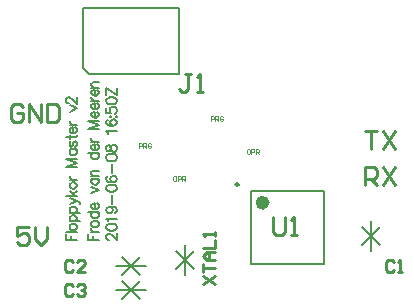
<source format=gto>
G04*
G04 #@! TF.GenerationSoftware,Altium Limited,Altium Designer,18.1.9 (240)*
G04*
G04 Layer_Color=65535*
%FSLAX25Y25*%
%MOIN*%
G70*
G01*
G75*
%ADD10C,0.02362*%
%ADD11C,0.00984*%
%ADD12C,0.00787*%
%ADD13C,0.00400*%
%ADD14C,0.01000*%
D10*
X86913Y39268D02*
G03*
X86913Y39268I-1181J0D01*
G01*
D11*
X77760Y45272D02*
G03*
X77760Y45272I-492J0D01*
G01*
D12*
X122000Y23000D02*
Y33000D01*
X119000Y31000D02*
X125000Y25000D01*
X119000D02*
X125000Y31000D01*
X37000Y18000D02*
X47000D01*
X39000Y15000D02*
X45000Y21000D01*
X39000D02*
X45000Y15000D01*
X37000Y10000D02*
X47000D01*
X39000Y7000D02*
X45000Y13000D01*
X39000D02*
X45000Y7000D01*
X60000Y15000D02*
Y25000D01*
X57000Y23000D02*
X63000Y17000D01*
X57000D02*
X63000Y23000D01*
X81795Y18795D02*
X106205D01*
X81795Y43205D02*
X106205D01*
Y18795D02*
Y43205D01*
X81795Y18795D02*
Y43205D01*
X26000Y84000D02*
X28000Y82000D01*
X58000D01*
Y104000D01*
X26000D02*
X58000D01*
X26000Y84000D02*
Y104000D01*
X20208Y26787D02*
X23750D01*
X20208D02*
Y28980D01*
X21894Y26787D02*
Y28137D01*
X20208Y29385D02*
X23750D01*
X21388Y30971D02*
X21557Y30634D01*
X21894Y30296D01*
X22401Y30128D01*
X22738D01*
X23244Y30296D01*
X23581Y30634D01*
X23750Y30971D01*
Y31477D01*
X23581Y31814D01*
X23244Y32152D01*
X22738Y32320D01*
X22401D01*
X21894Y32152D01*
X21557Y31814D01*
X21388Y31477D01*
Y30971D01*
Y33097D02*
X24931D01*
X21894D02*
X21557Y33434D01*
X21388Y33771D01*
Y34277D01*
X21557Y34615D01*
X21894Y34952D01*
X22401Y35121D01*
X22738D01*
X23244Y34952D01*
X23581Y34615D01*
X23750Y34277D01*
Y33771D01*
X23581Y33434D01*
X23244Y33097D01*
X21388Y35880D02*
X24931D01*
X21894D02*
X21557Y36217D01*
X21388Y36555D01*
Y37061D01*
X21557Y37398D01*
X21894Y37736D01*
X22401Y37904D01*
X22738D01*
X23244Y37736D01*
X23581Y37398D01*
X23750Y37061D01*
Y36555D01*
X23581Y36217D01*
X23244Y35880D01*
X21388Y38832D02*
X23750Y39844D01*
X21388Y40856D02*
X23750Y39844D01*
X24425Y39507D01*
X24762Y39169D01*
X24931Y38832D01*
Y38663D01*
X20208Y41447D02*
X23750D01*
X21388Y43134D02*
X23075Y41447D01*
X22401Y42122D02*
X23750Y43302D01*
X21388Y44703D02*
X21557Y44365D01*
X21894Y44028D01*
X22401Y43859D01*
X22738D01*
X23244Y44028D01*
X23581Y44365D01*
X23750Y44703D01*
Y45209D01*
X23581Y45546D01*
X23244Y45883D01*
X22738Y46052D01*
X22401D01*
X21894Y45883D01*
X21557Y45546D01*
X21388Y45209D01*
Y44703D01*
Y46828D02*
X23750D01*
X22401D02*
X21894Y46997D01*
X21557Y47334D01*
X21388Y47672D01*
Y48178D01*
X20208Y51282D02*
X23750D01*
X20208D02*
X23750Y52631D01*
X20208Y53981D02*
X23750Y52631D01*
X20208Y53981D02*
X23750D01*
X21388Y57017D02*
X23750D01*
X21894D02*
X21557Y56680D01*
X21388Y56342D01*
Y55836D01*
X21557Y55499D01*
X21894Y55161D01*
X22401Y54993D01*
X22738D01*
X23244Y55161D01*
X23581Y55499D01*
X23750Y55836D01*
Y56342D01*
X23581Y56680D01*
X23244Y57017D01*
X21894Y59817D02*
X21557Y59649D01*
X21388Y59143D01*
Y58637D01*
X21557Y58131D01*
X21894Y57962D01*
X22232Y58131D01*
X22401Y58468D01*
X22569Y59311D01*
X22738Y59649D01*
X23075Y59817D01*
X23244D01*
X23581Y59649D01*
X23750Y59143D01*
Y58637D01*
X23581Y58131D01*
X23244Y57962D01*
X20208Y61066D02*
X23075D01*
X23581Y61234D01*
X23750Y61572D01*
Y61909D01*
X21388Y60560D02*
Y61740D01*
X22401Y62415D02*
Y64440D01*
X22063D01*
X21726Y64271D01*
X21557Y64102D01*
X21388Y63765D01*
Y63259D01*
X21557Y62921D01*
X21894Y62584D01*
X22401Y62415D01*
X22738D01*
X23244Y62584D01*
X23581Y62921D01*
X23750Y63259D01*
Y63765D01*
X23581Y64102D01*
X23244Y64440D01*
X21388Y65199D02*
X23750D01*
X22401D02*
X21894Y65367D01*
X21557Y65705D01*
X21388Y66042D01*
Y66548D01*
Y69652D02*
X23750Y70664D01*
X21388Y71676D02*
X23750Y70664D01*
X21051Y72419D02*
X20882D01*
X20545Y72588D01*
X20376Y72756D01*
X20208Y73094D01*
Y73768D01*
X20376Y74106D01*
X20545Y74274D01*
X20882Y74443D01*
X21220D01*
X21557Y74274D01*
X22063Y73937D01*
X23750Y72250D01*
Y74612D01*
X27529Y26787D02*
X31072D01*
X27529D02*
Y28980D01*
X29216Y26787D02*
Y28137D01*
X28710Y29385D02*
X31072D01*
X29722D02*
X29216Y29554D01*
X28879Y29891D01*
X28710Y30229D01*
Y30735D01*
Y31899D02*
X28879Y31561D01*
X29216Y31224D01*
X29722Y31055D01*
X30060D01*
X30566Y31224D01*
X30903Y31561D01*
X31072Y31899D01*
Y32405D01*
X30903Y32742D01*
X30566Y33080D01*
X30060Y33248D01*
X29722D01*
X29216Y33080D01*
X28879Y32742D01*
X28710Y32405D01*
Y31899D01*
X27529Y36049D02*
X31072D01*
X29216D02*
X28879Y35711D01*
X28710Y35374D01*
Y34868D01*
X28879Y34530D01*
X29216Y34193D01*
X29722Y34024D01*
X30060D01*
X30566Y34193D01*
X30903Y34530D01*
X31072Y34868D01*
Y35374D01*
X30903Y35711D01*
X30566Y36049D01*
X29722Y36993D02*
Y39018D01*
X29385D01*
X29048Y38849D01*
X28879Y38680D01*
X28710Y38343D01*
Y37837D01*
X28879Y37499D01*
X29216Y37162D01*
X29722Y36993D01*
X30060D01*
X30566Y37162D01*
X30903Y37499D01*
X31072Y37837D01*
Y38343D01*
X30903Y38680D01*
X30566Y39018D01*
X28710Y42560D02*
X31072Y43572D01*
X28710Y44585D02*
X31072Y43572D01*
X28710Y47182D02*
X31072D01*
X29216D02*
X28879Y46845D01*
X28710Y46508D01*
Y46001D01*
X28879Y45664D01*
X29216Y45327D01*
X29722Y45158D01*
X30060D01*
X30566Y45327D01*
X30903Y45664D01*
X31072Y46001D01*
Y46508D01*
X30903Y46845D01*
X30566Y47182D01*
X28710Y48127D02*
X31072D01*
X29385D02*
X28879Y48633D01*
X28710Y48970D01*
Y49477D01*
X28879Y49814D01*
X29385Y49983D01*
X31072D01*
X27529Y55718D02*
X31072D01*
X29216D02*
X28879Y55381D01*
X28710Y55043D01*
Y54537D01*
X28879Y54200D01*
X29216Y53863D01*
X29722Y53694D01*
X30060D01*
X30566Y53863D01*
X30903Y54200D01*
X31072Y54537D01*
Y55043D01*
X30903Y55381D01*
X30566Y55718D01*
X29722Y56663D02*
Y58687D01*
X29385D01*
X29048Y58518D01*
X28879Y58350D01*
X28710Y58012D01*
Y57506D01*
X28879Y57169D01*
X29216Y56832D01*
X29722Y56663D01*
X30060D01*
X30566Y56832D01*
X30903Y57169D01*
X31072Y57506D01*
Y58012D01*
X30903Y58350D01*
X30566Y58687D01*
X28710Y59446D02*
X31072D01*
X29722D02*
X29216Y59615D01*
X28879Y59952D01*
X28710Y60290D01*
Y60796D01*
X27529Y63900D02*
X31072D01*
X27529D02*
X31072Y65249D01*
X27529Y66599D02*
X31072Y65249D01*
X27529Y66599D02*
X31072D01*
X29722Y67611D02*
Y69635D01*
X29385D01*
X29048Y69467D01*
X28879Y69298D01*
X28710Y68961D01*
Y68454D01*
X28879Y68117D01*
X29216Y67780D01*
X29722Y67611D01*
X30060D01*
X30566Y67780D01*
X30903Y68117D01*
X31072Y68454D01*
Y68961D01*
X30903Y69298D01*
X30566Y69635D01*
X29722Y70394D02*
Y72419D01*
X29385D01*
X29048Y72250D01*
X28879Y72081D01*
X28710Y71744D01*
Y71238D01*
X28879Y70900D01*
X29216Y70563D01*
X29722Y70394D01*
X30060D01*
X30566Y70563D01*
X30903Y70900D01*
X31072Y71238D01*
Y71744D01*
X30903Y72081D01*
X30566Y72419D01*
X28710Y73178D02*
X31072D01*
X29722D02*
X29216Y73347D01*
X28879Y73684D01*
X28710Y74021D01*
Y74527D01*
X29722Y74848D02*
Y76872D01*
X29385D01*
X29048Y76704D01*
X28879Y76535D01*
X28710Y76197D01*
Y75691D01*
X28879Y75354D01*
X29216Y75017D01*
X29722Y74848D01*
X30060D01*
X30566Y75017D01*
X30903Y75354D01*
X31072Y75691D01*
Y76197D01*
X30903Y76535D01*
X30566Y76872D01*
X28710Y77631D02*
X31072D01*
X29385D02*
X28879Y78137D01*
X28710Y78475D01*
Y78981D01*
X28879Y79318D01*
X29385Y79487D01*
X31072D01*
X34514Y26956D02*
X34345D01*
X34007Y27125D01*
X33839Y27294D01*
X33670Y27631D01*
Y28306D01*
X33839Y28643D01*
X34007Y28812D01*
X34345Y28980D01*
X34682D01*
X35020Y28812D01*
X35526Y28474D01*
X37213Y26787D01*
Y29149D01*
X33670Y30954D02*
X33839Y30448D01*
X34345Y30111D01*
X35188Y29942D01*
X35694D01*
X36538Y30111D01*
X37044Y30448D01*
X37213Y30954D01*
Y31291D01*
X37044Y31798D01*
X36538Y32135D01*
X35694Y32304D01*
X35188D01*
X34345Y32135D01*
X33839Y31798D01*
X33670Y31291D01*
Y30954D01*
X34345Y33097D02*
X34176Y33434D01*
X33670Y33940D01*
X37213D01*
X34851Y37887D02*
X35357Y37719D01*
X35694Y37381D01*
X35863Y36875D01*
Y36707D01*
X35694Y36200D01*
X35357Y35863D01*
X34851Y35694D01*
X34682D01*
X34176Y35863D01*
X33839Y36200D01*
X33670Y36707D01*
Y36875D01*
X33839Y37381D01*
X34176Y37719D01*
X34851Y37887D01*
X35694D01*
X36538Y37719D01*
X37044Y37381D01*
X37213Y36875D01*
Y36538D01*
X37044Y36032D01*
X36707Y35863D01*
X35694Y38849D02*
Y41885D01*
X33670Y43944D02*
X33839Y43437D01*
X34345Y43100D01*
X35188Y42931D01*
X35694D01*
X36538Y43100D01*
X37044Y43437D01*
X37213Y43944D01*
Y44281D01*
X37044Y44787D01*
X36538Y45124D01*
X35694Y45293D01*
X35188D01*
X34345Y45124D01*
X33839Y44787D01*
X33670Y44281D01*
Y43944D01*
X34176Y48110D02*
X33839Y47941D01*
X33670Y47435D01*
Y47098D01*
X33839Y46592D01*
X34345Y46255D01*
X35188Y46086D01*
X36032D01*
X36707Y46255D01*
X37044Y46592D01*
X37213Y47098D01*
Y47267D01*
X37044Y47773D01*
X36707Y48110D01*
X36200Y48279D01*
X36032D01*
X35526Y48110D01*
X35188Y47773D01*
X35020Y47267D01*
Y47098D01*
X35188Y46592D01*
X35526Y46255D01*
X36032Y46086D01*
X35694Y49055D02*
Y52091D01*
X33670Y54149D02*
X33839Y53643D01*
X34345Y53306D01*
X35188Y53137D01*
X35694D01*
X36538Y53306D01*
X37044Y53643D01*
X37213Y54149D01*
Y54487D01*
X37044Y54993D01*
X36538Y55330D01*
X35694Y55499D01*
X35188D01*
X34345Y55330D01*
X33839Y54993D01*
X33670Y54487D01*
Y54149D01*
Y57135D02*
X33839Y56629D01*
X34176Y56460D01*
X34514D01*
X34851Y56629D01*
X35020Y56967D01*
X35188Y57641D01*
X35357Y58147D01*
X35694Y58485D01*
X36032Y58653D01*
X36538D01*
X36875Y58485D01*
X37044Y58316D01*
X37213Y57810D01*
Y57135D01*
X37044Y56629D01*
X36875Y56460D01*
X36538Y56292D01*
X36032D01*
X35694Y56460D01*
X35357Y56798D01*
X35188Y57304D01*
X35020Y57979D01*
X34851Y58316D01*
X34514Y58485D01*
X34176D01*
X33839Y58316D01*
X33670Y57810D01*
Y57135D01*
X34345Y62230D02*
X34176Y62567D01*
X33670Y63073D01*
X37213D01*
X34176Y66852D02*
X33839Y66683D01*
X33670Y66177D01*
Y65840D01*
X33839Y65334D01*
X34345Y64996D01*
X35188Y64828D01*
X36032D01*
X36707Y64996D01*
X37044Y65334D01*
X37213Y65840D01*
Y66009D01*
X37044Y66515D01*
X36707Y66852D01*
X36200Y67021D01*
X36032D01*
X35526Y66852D01*
X35188Y66515D01*
X35020Y66009D01*
Y65840D01*
X35188Y65334D01*
X35526Y64996D01*
X36032Y64828D01*
X34851Y67965D02*
X35020Y67797D01*
X35188Y67965D01*
X35020Y68134D01*
X34851Y67965D01*
X36875D02*
X37044Y67797D01*
X37213Y67965D01*
X37044Y68134D01*
X36875Y67965D01*
X33670Y70934D02*
Y69247D01*
X35188Y69079D01*
X35020Y69247D01*
X34851Y69753D01*
Y70260D01*
X35020Y70766D01*
X35357Y71103D01*
X35863Y71272D01*
X36200D01*
X36707Y71103D01*
X37044Y70766D01*
X37213Y70260D01*
Y69753D01*
X37044Y69247D01*
X36875Y69079D01*
X36538Y68910D01*
X33670Y73077D02*
X33839Y72571D01*
X34345Y72233D01*
X35188Y72065D01*
X35694D01*
X36538Y72233D01*
X37044Y72571D01*
X37213Y73077D01*
Y73414D01*
X37044Y73920D01*
X36538Y74258D01*
X35694Y74426D01*
X35188D01*
X34345Y74258D01*
X33839Y73920D01*
X33670Y73414D01*
Y73077D01*
Y77581D02*
X37213Y75219D01*
X33670D02*
Y77581D01*
X37213Y75219D02*
Y77581D01*
D13*
X68500Y66500D02*
Y68000D01*
X69250D01*
X69500Y67750D01*
Y67250D01*
X69250Y67000D01*
X68500D01*
X69999Y66500D02*
Y68000D01*
X70749D01*
X70999Y67750D01*
Y67250D01*
X70749Y67000D01*
X69999D01*
X70499D02*
X70999Y66500D01*
X72499Y67750D02*
X72249Y68000D01*
X71749D01*
X71499Y67750D01*
Y66750D01*
X71749Y66500D01*
X72249D01*
X72499Y66750D01*
Y67250D01*
X71999D01*
X81250Y56999D02*
X80750D01*
X80500Y56750D01*
Y55750D01*
X80750Y55500D01*
X81250D01*
X81500Y55750D01*
Y56750D01*
X81250Y56999D01*
X81999Y55500D02*
Y56999D01*
X82749D01*
X82999Y56750D01*
Y56250D01*
X82749Y56000D01*
X81999D01*
X83499Y55500D02*
Y56999D01*
X84249D01*
X84499Y56750D01*
Y56250D01*
X84249Y56000D01*
X83499D01*
X83999D02*
X84499Y55500D01*
X56750Y48000D02*
X56250D01*
X56000Y47750D01*
Y46750D01*
X56250Y46500D01*
X56750D01*
X57000Y46750D01*
Y47750D01*
X56750Y48000D01*
X57499Y46500D02*
Y48000D01*
X58249D01*
X58499Y47750D01*
Y47250D01*
X58249Y47000D01*
X57499D01*
X58999Y46500D02*
Y48000D01*
X59749D01*
X59999Y47750D01*
Y47250D01*
X59749Y47000D01*
X58999D01*
X59499D02*
X59999Y46500D01*
X44500Y57500D02*
Y59000D01*
X45250D01*
X45500Y58750D01*
Y58250D01*
X45250Y58000D01*
X44500D01*
X46000Y57500D02*
Y59000D01*
X46749D01*
X46999Y58750D01*
Y58250D01*
X46749Y58000D01*
X46000D01*
X46499D02*
X46999Y57500D01*
X48499Y58750D02*
X48249Y59000D01*
X47749D01*
X47499Y58750D01*
Y57750D01*
X47749Y57500D01*
X48249D01*
X48499Y57750D01*
Y58250D01*
X47999D01*
D14*
X66001Y12000D02*
X70000Y14666D01*
X66001D02*
X70000Y12000D01*
X66001Y15999D02*
Y18665D01*
Y17332D01*
X70000D01*
Y19997D02*
X67334D01*
X66001Y21330D01*
X67334Y22663D01*
X70000D01*
X68001D01*
Y19997D01*
X66001Y23996D02*
X70000D01*
Y26662D01*
Y27995D02*
Y29328D01*
Y28661D01*
X66001D01*
X66668Y27995D01*
X89276Y34498D02*
Y29500D01*
X90275Y28500D01*
X92275D01*
X93274Y29500D01*
Y34498D01*
X95274Y28500D02*
X97273D01*
X96273D01*
Y34498D01*
X95274Y33498D01*
X120000Y62998D02*
X123999D01*
X121999D01*
Y57000D01*
X125998Y62998D02*
X129997Y57000D01*
Y62998D02*
X125998Y57000D01*
X120000Y45000D02*
Y50998D01*
X122999D01*
X123999Y49998D01*
Y47999D01*
X122999Y46999D01*
X120000D01*
X121999D02*
X123999Y45000D01*
X125998Y50998D02*
X129997Y45000D01*
Y50998D02*
X125998Y45000D01*
X61999Y81998D02*
X59999D01*
X60999D01*
Y77000D01*
X59999Y76000D01*
X59000D01*
X58000Y77000D01*
X63998Y76000D02*
X65997D01*
X64998D01*
Y81998D01*
X63998Y80998D01*
X5999Y70998D02*
X4999Y71998D01*
X3000D01*
X2000Y70998D01*
Y67000D01*
X3000Y66000D01*
X4999D01*
X5999Y67000D01*
Y68999D01*
X3999D01*
X7998Y66000D02*
Y71998D01*
X11997Y66000D01*
Y71998D01*
X13996D02*
Y66000D01*
X16995D01*
X17995Y67000D01*
Y70998D01*
X16995Y71998D01*
X13996D01*
X22666Y11332D02*
X21999Y11999D01*
X20666D01*
X20000Y11332D01*
Y8666D01*
X20666Y8000D01*
X21999D01*
X22666Y8666D01*
X23999Y11332D02*
X24665Y11999D01*
X25998D01*
X26665Y11332D01*
Y10666D01*
X25998Y9999D01*
X25332D01*
X25998D01*
X26665Y9333D01*
Y8666D01*
X25998Y8000D01*
X24665D01*
X23999Y8666D01*
X22666Y19332D02*
X21999Y19999D01*
X20666D01*
X20000Y19332D01*
Y16667D01*
X20666Y16000D01*
X21999D01*
X22666Y16667D01*
X26665Y16000D02*
X23999D01*
X26665Y18666D01*
Y19332D01*
X25998Y19999D01*
X24665D01*
X23999Y19332D01*
X129666D02*
X128999Y19999D01*
X127666D01*
X127000Y19332D01*
Y16667D01*
X127666Y16000D01*
X128999D01*
X129666Y16667D01*
X130999Y16000D02*
X132332D01*
X131665D01*
Y19999D01*
X130999Y19332D01*
X7999Y30998D02*
X4000D01*
Y27999D01*
X5999Y28999D01*
X6999D01*
X7999Y27999D01*
Y26000D01*
X6999Y25000D01*
X5000D01*
X4000Y26000D01*
X9998Y30998D02*
Y26999D01*
X11997Y25000D01*
X13997Y26999D01*
Y30998D01*
M02*

</source>
